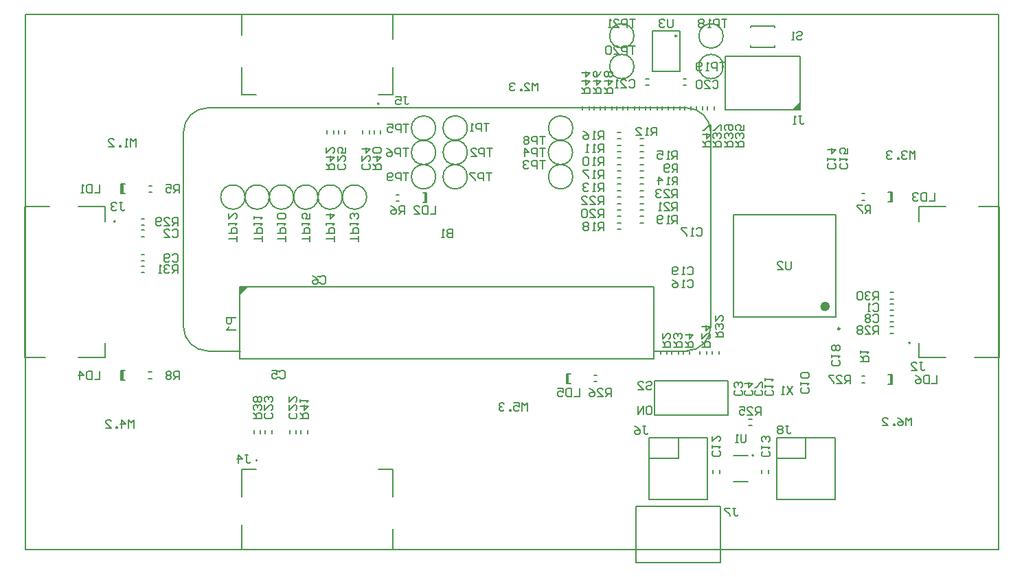
<source format=gbo>
G04*
G04 #@! TF.GenerationSoftware,Altium Limited,Altium Designer,19.0.10 (269)*
G04*
G04 Layer_Color=32896*
%FSLAX44Y44*%
%MOMM*%
G71*
G01*
G75*
%ADD11C,0.1500*%
%ADD14C,0.2000*%
%ADD25C,0.2500*%
%ADD27C,0.6000*%
%ADD66C,0.2540*%
G36*
X264730Y324450D02*
Y314290D01*
X274890Y324450D01*
X264730Y324450D01*
D02*
G37*
G36*
X955080Y542920D02*
Y553080D01*
X944920Y542920D01*
X955080Y542920D01*
D02*
G37*
G36*
X260000Y285596D02*
X254797D01*
Y282319D01*
X254778Y281837D01*
X254741Y281374D01*
X254686Y280967D01*
X254611Y280597D01*
X254537Y280245D01*
X254445Y279948D01*
X254334Y279671D01*
X254223Y279430D01*
X254130Y279226D01*
X254019Y279041D01*
X253926Y278893D01*
X253834Y278782D01*
X253778Y278689D01*
X253723Y278634D01*
X253686Y278597D01*
X253667Y278578D01*
X253445Y278393D01*
X253223Y278226D01*
X253001Y278097D01*
X252760Y277967D01*
X252519Y277856D01*
X252297Y277782D01*
X251871Y277652D01*
X251667Y277615D01*
X251482Y277578D01*
X251316Y277560D01*
X251186Y277541D01*
X251056Y277523D01*
X250982D01*
X250927D01*
X250908D01*
X250556Y277541D01*
X250223Y277578D01*
X249927Y277652D01*
X249668Y277708D01*
X249445Y277782D01*
X249279Y277856D01*
X249186Y277893D01*
X249149Y277912D01*
X248871Y278060D01*
X248631Y278245D01*
X248408Y278412D01*
X248242Y278578D01*
X248112Y278726D01*
X248001Y278837D01*
X247945Y278911D01*
X247927Y278948D01*
X247779Y279189D01*
X247649Y279467D01*
X247538Y279726D01*
X247446Y279967D01*
X247390Y280189D01*
X247353Y280356D01*
X247316Y280485D01*
Y280522D01*
X247279Y280800D01*
X247242Y281115D01*
X247223Y281448D01*
X247205Y281763D01*
X247186Y282041D01*
Y287299D01*
X260000D01*
Y285596D01*
D02*
G37*
G36*
X251760Y274523D02*
X251630Y274245D01*
X251501Y273968D01*
X251371Y273708D01*
X251260Y273486D01*
X251167Y273301D01*
X251093Y273190D01*
X251075Y273171D01*
Y273153D01*
X250871Y272819D01*
X250667Y272523D01*
X250482Y272264D01*
X250316Y272060D01*
X250186Y271875D01*
X250075Y271764D01*
X250001Y271672D01*
X249982Y271653D01*
X260000D01*
Y270079D01*
X247131D01*
Y271098D01*
X247446Y271283D01*
X247742Y271486D01*
X248038Y271727D01*
X248297Y271949D01*
X248519Y272171D01*
X248705Y272338D01*
X248760Y272412D01*
X248816Y272468D01*
X248834Y272486D01*
X248853Y272505D01*
X249168Y272894D01*
X249464Y273283D01*
X249723Y273653D01*
X249927Y274023D01*
X250112Y274338D01*
X250186Y274468D01*
X250242Y274579D01*
X250297Y274671D01*
X250316Y274745D01*
X250353Y274782D01*
Y274801D01*
X251871D01*
X251760Y274523D01*
D02*
G37*
%LPC*%
G36*
X253278Y285596D02*
X248705D01*
Y281930D01*
X248723Y281596D01*
X248742Y281319D01*
X248760Y281096D01*
X248797Y280948D01*
X248816Y280837D01*
X248834Y280763D01*
Y280745D01*
X248927Y280504D01*
X249038Y280300D01*
X249149Y280115D01*
X249279Y279948D01*
X249408Y279837D01*
X249501Y279745D01*
X249575Y279689D01*
X249594Y279671D01*
X249816Y279541D01*
X250038Y279430D01*
X250279Y279356D01*
X250482Y279319D01*
X250667Y279282D01*
X250834Y279263D01*
X250927D01*
X250945D01*
X250964D01*
X251353Y279300D01*
X251686Y279374D01*
X251982Y279485D01*
X252223Y279615D01*
X252408Y279745D01*
X252556Y279856D01*
X252630Y279930D01*
X252667Y279967D01*
X252778Y280097D01*
X252871Y280263D01*
X253019Y280615D01*
X253130Y281004D01*
X253204Y281393D01*
X253241Y281744D01*
X253260Y281893D01*
Y282022D01*
X253278Y282152D01*
Y285596D01*
D02*
G37*
%LPD*%
D11*
X750362Y595986D02*
G03*
X750362Y595986I-15000J0D01*
G01*
Y633936D02*
G03*
X750362Y633936I-15000J0D01*
G01*
X860362Y633736D02*
G03*
X860362Y633736I-15000J0D01*
G01*
X675000Y520000D02*
G03*
X675000Y520000I-15000J0D01*
G01*
Y460001D02*
G03*
X675000Y460001I-15000J0D01*
G01*
X674700Y490000D02*
G03*
X674700Y490000I-15000J0D01*
G01*
X545000Y460000D02*
G03*
X545000Y460000I-15000J0D01*
G01*
Y490000D02*
G03*
X545000Y490000I-15000J0D01*
G01*
Y520128D02*
G03*
X545000Y520128I-15000J0D01*
G01*
X506000Y460001D02*
G03*
X506000Y460001I-15000J0D01*
G01*
Y490000D02*
G03*
X506000Y490000I-15000J0D01*
G01*
Y520000D02*
G03*
X506000Y520000I-15000J0D01*
G01*
X225000Y545000D02*
G03*
X195000Y515000I0J-30000D01*
G01*
Y275000D02*
G03*
X225000Y245000I30000J0D01*
G01*
X815000Y245000D02*
G03*
X845000Y275000I0J30000D01*
G01*
Y515000D02*
G03*
X815000Y545000I-30000J0D01*
G01*
X390846Y434919D02*
G03*
X390846Y434919I-15000J0D01*
G01*
X420846D02*
G03*
X420846Y434919I-15000J0D01*
G01*
X360846Y434878D02*
G03*
X360846Y434878I-15000J0D01*
G01*
X300849Y434919D02*
G03*
X300849Y434919I-15000J0D01*
G01*
X330846D02*
G03*
X330846Y434919I-15000J0D01*
G01*
X270927D02*
G03*
X270927Y434919I-15000J0D01*
G01*
X860362Y595986D02*
G03*
X860362Y595986I-15000J0D01*
G01*
X495000Y428000D02*
Y440000D01*
X490000D02*
X495000D01*
X494000Y428001D02*
Y438500D01*
X492500Y440000D02*
X493000Y439500D01*
X492500Y440000D02*
X494000Y438500D01*
X493000Y428000D02*
Y439500D01*
X490000Y428000D02*
X495000D01*
X457000Y430000D02*
X461000D01*
X457000Y438000D02*
X461000D01*
X776000Y166000D02*
Y208000D01*
X866000Y166000D02*
Y208000D01*
X776000Y166000D02*
X866000D01*
X776000Y208000D02*
X866000D01*
X1031000Y206000D02*
X1035000D01*
X1031000Y214000D02*
X1035000D01*
X730000Y507000D02*
X734000D01*
X730000Y515000D02*
X734000D01*
X730000Y499000D02*
X734000D01*
X730000Y491000D02*
X734000D01*
X730000Y475000D02*
X734000D01*
X730000Y483000D02*
X734000D01*
X730000Y459000D02*
X734000D01*
X730000Y467000D02*
X734000D01*
X730000Y450920D02*
X734000D01*
X730000Y442920D02*
X734000D01*
X730000Y427000D02*
X734000D01*
X730000Y435000D02*
X734000D01*
X730000Y411000D02*
X734000D01*
X730000Y419000D02*
X734000D01*
X730000Y403000D02*
X734000D01*
X730000Y395000D02*
X734000D01*
X758000Y499000D02*
X762000D01*
X758000Y507000D02*
X762000D01*
X758000Y483000D02*
X762000D01*
X758000Y491000D02*
X762000D01*
X758000Y475000D02*
X762000D01*
X758000Y467000D02*
X762000D01*
X758000Y451000D02*
X762000D01*
X758000Y459000D02*
X762000D01*
X758000Y434919D02*
X762000D01*
X758000Y442919D02*
X762000D01*
X758000Y427000D02*
X762000D01*
X758000Y419000D02*
X762000D01*
X701000Y215270D02*
X705000D01*
X701000Y207270D02*
X705000D01*
X667400Y205000D02*
Y217000D01*
Y205000D02*
X672400D01*
X668400Y206500D02*
Y216999D01*
X669400Y205500D02*
X669900Y205000D01*
X668400Y206500D02*
X669900Y205000D01*
X669400Y205500D02*
Y217000D01*
X667400Y217000D02*
X672400D01*
X894000Y646000D02*
X924000D01*
X894000Y620000D02*
X924000D01*
Y644000D02*
Y646000D01*
X894000Y620000D02*
Y622000D01*
X924000Y620000D02*
Y622000D01*
X894000Y644000D02*
Y646000D01*
X863000Y542980D02*
Y609020D01*
X955000D01*
X863000Y542980D02*
X955000D01*
Y609020D01*
X1069001Y429000D02*
Y441000D01*
X1064001D02*
X1069001D01*
X1068001Y429001D02*
Y439500D01*
X1066501Y441000D02*
X1067001Y440500D01*
X1066501Y441000D02*
X1068001Y439500D01*
X1067001Y429000D02*
Y440500D01*
X1064001Y429000D02*
X1069001D01*
X1031000Y431000D02*
X1035000D01*
X1031000Y439000D02*
X1035000D01*
X1170000Y236750D02*
X1200350D01*
Y423250D01*
X1175000D02*
X1200350D01*
X1101350Y405000D02*
Y423250D01*
X1135000D01*
X1101350Y236750D02*
Y255000D01*
Y236750D02*
X1135000D01*
X1069000Y203998D02*
Y215998D01*
X1064000D02*
X1069000D01*
X1068000Y203999D02*
Y214498D01*
X1066500Y215998D02*
X1067000Y215498D01*
X1066500Y215998D02*
X1068000Y214498D01*
X1067000Y203998D02*
Y215498D01*
X1064000Y203998D02*
X1069000D01*
X758000Y403000D02*
X762000D01*
X758000Y411000D02*
X762000D01*
X827000Y543000D02*
Y547000D01*
X835000Y543000D02*
Y547000D01*
X916000Y94000D02*
Y98000D01*
X908000Y94000D02*
Y98000D01*
X856000Y94000D02*
Y98000D01*
X848000Y94000D02*
Y98000D01*
X873000Y84012D02*
X891000D01*
X873000Y116012D02*
X891000D01*
X926000Y112700D02*
X962000D01*
X926000Y138100D02*
X998000D01*
Y61900D02*
Y138100D01*
X926000Y61900D02*
X998000D01*
X926000D02*
Y138100D01*
X962000Y112700D02*
Y138100D01*
X769000Y112712D02*
X805000D01*
X769000Y138112D02*
X841000D01*
Y61912D02*
Y138112D01*
X769000Y61912D02*
X841000D01*
X769000D02*
Y138112D01*
X805000Y112712D02*
Y138112D01*
X753250Y53000D02*
X856750D01*
X753250Y-16250D02*
X856750D01*
X753250D02*
Y53000D01*
X856750Y-16250D02*
Y53000D01*
X773000Y590000D02*
Y640000D01*
X807000Y590000D02*
Y640000D01*
X773000D02*
X807000D01*
X773000Y590000D02*
X807000D01*
X1066000Y317000D02*
X1070000D01*
X1066000Y309000D02*
X1070000D01*
X1066000Y289000D02*
X1070000D01*
X1066000Y281000D02*
X1070000D01*
X1066000Y275000D02*
X1070000D01*
X1066000Y267000D02*
X1070000D01*
X821000Y543000D02*
Y547000D01*
X813000Y543000D02*
Y547000D01*
X849000Y543000D02*
Y547000D01*
X841000Y543000D02*
Y547000D01*
X1066000Y303000D02*
X1070000D01*
X1066000Y295000D02*
X1070000D01*
X776000Y245000D02*
X816000D01*
X264730Y235550D02*
Y324450D01*
X775270Y324450D01*
X264730Y235550D02*
X775270D01*
Y324450D01*
X195000Y515000D02*
X195000Y275000D01*
X225000Y245000D02*
X265000Y245000D01*
X225000Y545000D02*
X815000Y545000D01*
X845000Y275000D02*
X845000Y515000D01*
X807000Y543000D02*
Y547000D01*
X799000Y543000D02*
Y547000D01*
X723000Y543000D02*
Y547000D01*
X715000Y543000D02*
Y547000D01*
X709000Y543000D02*
Y547000D01*
X701000Y543000D02*
Y547000D01*
X793000Y543000D02*
Y547000D01*
X785000Y543000D02*
Y547000D01*
X695000Y543000D02*
Y547000D01*
X687000Y543000D02*
Y547000D01*
X779000Y543000D02*
Y547000D01*
X771000Y543000D02*
Y547000D01*
X372000Y513000D02*
Y517000D01*
X380000Y513000D02*
Y517000D01*
X348000Y143000D02*
Y147000D01*
X340000Y143000D02*
Y147000D01*
X430000Y513000D02*
Y517000D01*
X438000Y513000D02*
Y517000D01*
X290000Y143000D02*
Y147000D01*
X282000Y143000D02*
Y147000D01*
X765000Y543000D02*
Y547000D01*
X757000Y543000D02*
Y547000D01*
X751000Y543000D02*
Y547000D01*
X743000Y543000D02*
Y547000D01*
X737000Y543000D02*
Y547000D01*
X729000Y543000D02*
Y547000D01*
X855000Y241000D02*
Y245000D01*
X847000Y241000D02*
Y245000D01*
X143000Y342000D02*
X147000D01*
X143000Y350000D02*
X147000D01*
X143000Y400303D02*
X147000D01*
X143000Y408303D02*
X147000D01*
X892001Y161000D02*
X896001D01*
X892001Y153000D02*
X896001D01*
X840000Y241000D02*
Y245000D01*
X832000Y241000D02*
Y245000D01*
X152000Y211000D02*
X156000D01*
X152000Y219000D02*
X156000D01*
X152243Y440999D02*
X156243D01*
X152243Y448999D02*
X156243D01*
X819000Y241000D02*
Y245000D01*
X811000Y241000D02*
Y245000D01*
X805000Y241000D02*
Y245000D01*
X797000Y241000D02*
Y245000D01*
X791000Y241000D02*
Y245000D01*
X783000Y241000D02*
Y245000D01*
X386000Y513000D02*
Y517000D01*
X394000Y513000D02*
Y517000D01*
X416000Y513000D02*
Y517000D01*
X424000Y513000D02*
Y517000D01*
X304000Y143000D02*
Y147000D01*
X296000Y143000D02*
Y147000D01*
X334000Y143000D02*
Y147000D01*
X326000Y143000D02*
Y147000D01*
X765000Y572986D02*
X769000D01*
X765000Y580986D02*
X769000D01*
X811000Y581002D02*
X815000D01*
X811000Y573002D02*
X815000D01*
X142997Y356000D02*
X146997D01*
X142997Y364000D02*
X146997D01*
X360000Y329000D02*
X364000D01*
X360000Y337000D02*
X364000D01*
X310000Y220000D02*
X314000D01*
X310000Y212000D02*
X314000D01*
X143000Y386081D02*
X147000D01*
X143000Y394081D02*
X147000D01*
X453250Y630000D02*
Y660350D01*
X266750D02*
X453250D01*
X266750Y635000D02*
Y660350D01*
Y561350D02*
X285000D01*
X266750D02*
Y595000D01*
X435000Y561350D02*
X453250D01*
Y595000D01*
X-350Y423250D02*
X30000D01*
X-350Y236750D02*
Y423250D01*
Y236750D02*
X25000D01*
X98650D02*
Y255000D01*
X65000Y236750D02*
X98650D01*
Y405000D02*
Y423250D01*
X65000D02*
X98650D01*
X118000Y439000D02*
Y451000D01*
Y439000D02*
X123000D01*
X119000Y440500D02*
Y450999D01*
X120000Y439500D02*
X120500Y439000D01*
X119000Y440500D02*
X120500Y439000D01*
X120000Y439500D02*
Y451000D01*
X118000Y451000D02*
X123000D01*
X118000Y209000D02*
Y221000D01*
Y209000D02*
X123000D01*
X119000Y210500D02*
Y220999D01*
X120000Y209500D02*
X120500Y209000D01*
X119000Y210500D02*
X120500Y209000D01*
X120000Y209500D02*
Y221000D01*
X118000D02*
X123000D01*
X266750Y-350D02*
Y30000D01*
Y-350D02*
X453250D01*
Y25000D01*
X435000Y98650D02*
X453250D01*
Y65000D02*
Y98650D01*
X266750D02*
X285000D01*
X266750Y65000D02*
Y98650D01*
X873000Y413000D02*
X873000Y287000D01*
X999000Y413000D02*
X999000Y287000D01*
X873000Y413000D02*
X999000Y413000D01*
X873000Y287000D02*
X999000Y287000D01*
D14*
X1090000Y256000D02*
G03*
X1090000Y254000I0J-1000D01*
G01*
D02*
G03*
X1090000Y256000I0J1000D01*
G01*
X898000Y116012D02*
G03*
X898000Y116012I-1000J0D01*
G01*
X434000Y550000D02*
G03*
X436000Y550000I1000J0D01*
G01*
D02*
G03*
X434000Y550000I-1000J0D01*
G01*
X110000Y404000D02*
G03*
X110000Y406000I0J1000D01*
G01*
D02*
G03*
X110000Y404000I0J-1000D01*
G01*
X286000Y110000D02*
G03*
X284000Y110000I-1000J0D01*
G01*
D02*
G03*
X286000Y110000I1000J0D01*
G01*
X767002Y176997D02*
X770334D01*
X772000Y175331D01*
Y168666D01*
X770334Y167000D01*
X767002D01*
X765335Y168666D01*
Y175331D01*
X767002Y176997D01*
X762003Y167000D02*
Y176997D01*
X755339Y167000D01*
Y176997D01*
X1012331Y476665D02*
X1013997Y474998D01*
Y471666D01*
X1012331Y470000D01*
X1005666D01*
X1004000Y471666D01*
Y474998D01*
X1005666Y476665D01*
X1004000Y479997D02*
Y483329D01*
Y481663D01*
X1013997D01*
X1012331Y479997D01*
X1013997Y494992D02*
Y488327D01*
X1008998D01*
X1010665Y491660D01*
Y493326D01*
X1008998Y494992D01*
X1005666D01*
X1004000Y493326D01*
Y489994D01*
X1005666Y488327D01*
X526732Y395251D02*
Y385254D01*
X521734D01*
X520067Y386920D01*
Y388586D01*
X521734Y390252D01*
X526732D01*
X521734D01*
X520067Y391918D01*
Y393585D01*
X521734Y395251D01*
X526732D01*
X516735Y385254D02*
X513403D01*
X515069D01*
Y395251D01*
X516735Y393585D01*
X260997Y380000D02*
Y386665D01*
Y383332D01*
X251000D01*
Y389997D02*
X260997D01*
Y394995D01*
X259331Y396661D01*
X255998D01*
X254332Y394995D01*
Y389997D01*
X251000Y399994D02*
Y403326D01*
Y401660D01*
X260997D01*
X259331Y399994D01*
X251000Y414989D02*
Y408324D01*
X257665Y414989D01*
X259331D01*
X260997Y413323D01*
Y409990D01*
X259331Y408324D01*
X713000Y506000D02*
Y515997D01*
X708002D01*
X706336Y514331D01*
Y510998D01*
X708002Y509332D01*
X713000D01*
X709668D02*
X706336Y506000D01*
X703003D02*
X699671D01*
X701337D01*
Y515997D01*
X703003Y514331D01*
X688008Y515997D02*
X691340Y514331D01*
X694673Y510998D01*
Y507666D01*
X693006Y506000D01*
X689674D01*
X688008Y507666D01*
Y509332D01*
X689674Y510998D01*
X694673D01*
X765335Y205331D02*
X767002Y206997D01*
X770334D01*
X772000Y205331D01*
Y203664D01*
X770334Y201998D01*
X767002D01*
X765335Y200332D01*
Y198666D01*
X767002Y197000D01*
X770334D01*
X772000Y198666D01*
X755339Y197000D02*
X762003D01*
X755339Y203664D01*
Y205331D01*
X757005Y206997D01*
X760337D01*
X762003Y205331D01*
X835000Y497000D02*
X844997D01*
Y501998D01*
X843331Y503665D01*
X839998D01*
X838332Y501998D01*
Y497000D01*
Y500332D02*
X835000Y503665D01*
Y511995D02*
X844997D01*
X839998Y506997D01*
Y513661D01*
X844997Y516994D02*
Y523658D01*
X843331D01*
X836666Y516994D01*
X835000D01*
X1092000Y152789D02*
Y162786D01*
X1088668Y159453D01*
X1085335Y162786D01*
Y152789D01*
X1075339Y162786D02*
X1078671Y161120D01*
X1082003Y157787D01*
Y154455D01*
X1080337Y152789D01*
X1077005D01*
X1075339Y154455D01*
Y156121D01*
X1077005Y157787D01*
X1082003D01*
X1072007Y152789D02*
Y154455D01*
X1070340D01*
Y152789D01*
X1072007D01*
X1057011D02*
X1063676D01*
X1057011Y159453D01*
Y161120D01*
X1058677Y162786D01*
X1062010D01*
X1063676Y161120D01*
X134000Y150000D02*
Y159997D01*
X130668Y156664D01*
X127336Y159997D01*
Y150000D01*
X119005D02*
Y159997D01*
X124003Y154998D01*
X117339D01*
X114007Y150000D02*
Y151666D01*
X112340D01*
Y150000D01*
X114007D01*
X99011D02*
X105676D01*
X99011Y156664D01*
Y158331D01*
X100677Y159997D01*
X104010D01*
X105676Y158331D01*
X619000Y171213D02*
Y181209D01*
X615668Y177877D01*
X612336Y181209D01*
Y171213D01*
X602339Y181209D02*
X609003D01*
Y176211D01*
X605671Y177877D01*
X604005D01*
X602339Y176211D01*
Y172879D01*
X604005Y171213D01*
X607337D01*
X609003Y172879D01*
X599006Y171213D02*
Y172879D01*
X597340D01*
Y171213D01*
X599006D01*
X590676Y179543D02*
X589010Y181209D01*
X585677D01*
X584011Y179543D01*
Y177877D01*
X585677Y176211D01*
X587344D01*
X585677D01*
X584011Y174545D01*
Y172879D01*
X585677Y171213D01*
X589010D01*
X590676Y172879D01*
X136299Y497000D02*
Y506997D01*
X132967Y503665D01*
X129635Y506997D01*
Y497000D01*
X126303D02*
X122970D01*
X124636D01*
Y506997D01*
X126303Y505331D01*
X117972Y497000D02*
Y498666D01*
X116306D01*
Y497000D01*
X117972D01*
X102977D02*
X109641D01*
X102977Y503665D01*
Y505331D01*
X104643Y506997D01*
X107975D01*
X109641Y505331D01*
X632000Y566000D02*
Y575997D01*
X628668Y572664D01*
X625336Y575997D01*
Y566000D01*
X615339D02*
X622003D01*
X615339Y572664D01*
Y574331D01*
X617005Y575997D01*
X620337D01*
X622003Y574331D01*
X612006Y566000D02*
Y567666D01*
X610340D01*
Y566000D01*
X612006D01*
X603676Y574331D02*
X602010Y575997D01*
X598677D01*
X597011Y574331D01*
Y572664D01*
X598677Y570998D01*
X600344D01*
X598677D01*
X597011Y569332D01*
Y567666D01*
X598677Y566000D01*
X602010D01*
X603676Y567666D01*
X1097000Y482000D02*
Y491997D01*
X1093668Y488665D01*
X1090335Y491997D01*
Y482000D01*
X1087003Y490331D02*
X1085337Y491997D01*
X1082005D01*
X1080339Y490331D01*
Y488665D01*
X1082005Y486998D01*
X1083671D01*
X1082005D01*
X1080339Y485332D01*
Y483666D01*
X1082005Y482000D01*
X1085337D01*
X1087003Y483666D01*
X1077006Y482000D02*
Y483666D01*
X1075340D01*
Y482000D01*
X1077006D01*
X1068676Y490331D02*
X1067010Y491997D01*
X1063677D01*
X1062011Y490331D01*
Y488665D01*
X1063677Y486998D01*
X1065343D01*
X1063677D01*
X1062011Y485332D01*
Y483666D01*
X1063677Y482000D01*
X1067010D01*
X1068676Y483666D01*
X946000Y201081D02*
X939335Y191084D01*
Y201081D02*
X946000Y191084D01*
X936003D02*
X932671D01*
X934337D01*
Y201081D01*
X936003Y199415D01*
X798500Y653997D02*
Y645666D01*
X796834Y644000D01*
X793502D01*
X791835Y645666D01*
Y653997D01*
X788503Y652331D02*
X786837Y653997D01*
X783505D01*
X781839Y652331D01*
Y650665D01*
X783505Y648998D01*
X785171D01*
X783505D01*
X781839Y647332D01*
Y645666D01*
X783505Y644000D01*
X786837D01*
X788503Y645666D01*
X944308Y355119D02*
Y346788D01*
X942642Y345122D01*
X939310D01*
X937644Y346788D01*
Y355119D01*
X927647Y345122D02*
X934311D01*
X927647Y351786D01*
Y353453D01*
X929313Y355119D01*
X932645D01*
X934311Y353453D01*
X888634Y141996D02*
Y133666D01*
X886968Y132000D01*
X883636D01*
X881970Y133666D01*
Y141996D01*
X878637Y132000D02*
X875305D01*
X876971D01*
Y141996D01*
X878637Y140330D01*
X752000Y653997D02*
X745335D01*
X748668D01*
Y644000D01*
X742003D02*
Y653997D01*
X737005D01*
X735339Y652331D01*
Y648998D01*
X737005Y647332D01*
X742003D01*
X725342Y644000D02*
X732006D01*
X725342Y650665D01*
Y652331D01*
X727008Y653997D01*
X730340D01*
X732006Y652331D01*
X722010Y644000D02*
X718677D01*
X720343D01*
Y653997D01*
X722010Y652331D01*
X752000Y620997D02*
X745335D01*
X748668D01*
Y611000D01*
X742003D02*
Y620997D01*
X737005D01*
X735339Y619331D01*
Y615998D01*
X737005Y614332D01*
X742003D01*
X725342Y611000D02*
X732006D01*
X725342Y617664D01*
Y619331D01*
X727008Y620997D01*
X730340D01*
X732006Y619331D01*
X722010D02*
X720343Y620997D01*
X717011D01*
X715345Y619331D01*
Y612666D01*
X717011Y611000D01*
X720343D01*
X722010Y612666D01*
Y619331D01*
X862756Y601019D02*
X856092D01*
X859424D01*
Y591022D01*
X852759D02*
Y601019D01*
X847761D01*
X846095Y599353D01*
Y596020D01*
X847761Y594354D01*
X852759D01*
X842762Y591022D02*
X839430D01*
X841096D01*
Y601019D01*
X842762Y599353D01*
X834432Y592688D02*
X832766Y591022D01*
X829433D01*
X827767Y592688D01*
Y599353D01*
X829433Y601019D01*
X832766D01*
X834432Y599353D01*
Y597687D01*
X832766Y596020D01*
X827767D01*
X865000Y653997D02*
X858335D01*
X861668D01*
Y644000D01*
X855003D02*
Y653997D01*
X850005D01*
X848339Y652331D01*
Y648998D01*
X850005Y647332D01*
X855003D01*
X845006Y644000D02*
X841674D01*
X843340D01*
Y653997D01*
X845006Y652331D01*
X836676D02*
X835010Y653997D01*
X831677D01*
X830011Y652331D01*
Y650665D01*
X831677Y648998D01*
X830011Y647332D01*
Y645666D01*
X831677Y644000D01*
X835010D01*
X836676Y645666D01*
Y647332D01*
X835010Y648998D01*
X836676Y650665D01*
Y652331D01*
X835010Y648998D02*
X831677D01*
X350997Y380000D02*
Y386665D01*
Y383332D01*
X341000D01*
Y389997D02*
X350997D01*
Y394995D01*
X349331Y396661D01*
X345998D01*
X344332Y394995D01*
Y389997D01*
X341000Y399994D02*
Y403326D01*
Y401660D01*
X350997D01*
X349331Y399994D01*
X350997Y414989D02*
Y408324D01*
X345998D01*
X347664Y411656D01*
Y413323D01*
X345998Y414989D01*
X342666D01*
X341000Y413323D01*
Y409990D01*
X342666Y408324D01*
X380997Y380000D02*
Y386665D01*
Y383332D01*
X371000D01*
Y389997D02*
X380997D01*
Y394995D01*
X379331Y396661D01*
X375998D01*
X374332Y394995D01*
Y389997D01*
X371000Y399994D02*
Y403326D01*
Y401660D01*
X380997D01*
X379331Y399994D01*
X371000Y413323D02*
X380997D01*
X375998Y408324D01*
Y414989D01*
X410997Y380000D02*
Y386665D01*
Y383332D01*
X401000D01*
Y389997D02*
X410997D01*
Y394995D01*
X409331Y396661D01*
X405998D01*
X404332Y394995D01*
Y389997D01*
X401000Y399994D02*
Y403326D01*
Y401660D01*
X410997D01*
X409331Y399994D01*
Y408324D02*
X410997Y409990D01*
Y413323D01*
X409331Y414989D01*
X407664D01*
X405998Y413323D01*
Y411656D01*
Y413323D01*
X404332Y414989D01*
X402666D01*
X401000Y413323D01*
Y409990D01*
X402666Y408324D01*
X291997Y380000D02*
Y386665D01*
Y383332D01*
X282000D01*
Y389997D02*
X291997D01*
Y394995D01*
X290331Y396661D01*
X286998D01*
X285332Y394995D01*
Y389997D01*
X282000Y399994D02*
Y403326D01*
Y401660D01*
X291997D01*
X290331Y399994D01*
X282000Y408324D02*
Y411656D01*
Y409990D01*
X291997D01*
X290331Y408324D01*
X320997Y380000D02*
Y386665D01*
Y383332D01*
X311000D01*
Y389997D02*
X320997D01*
Y394995D01*
X319331Y396661D01*
X315998D01*
X314332Y394995D01*
Y389997D01*
X311000Y399994D02*
Y403326D01*
Y401660D01*
X320997D01*
X319331Y399994D01*
Y408324D02*
X320997Y409990D01*
Y413323D01*
X319331Y414989D01*
X312666D01*
X311000Y413323D01*
Y409990D01*
X312666Y408324D01*
X319331D01*
X472872Y464997D02*
X466207D01*
X469540D01*
Y455000D01*
X462875D02*
Y464997D01*
X457877D01*
X456211Y463331D01*
Y459998D01*
X457877Y458332D01*
X462875D01*
X452878Y456666D02*
X451212Y455000D01*
X447880D01*
X446214Y456666D01*
Y463331D01*
X447880Y464997D01*
X451212D01*
X452878Y463331D01*
Y461665D01*
X451212Y459998D01*
X446214D01*
X641100Y509997D02*
X634436D01*
X637768D01*
Y500000D01*
X631103D02*
Y509997D01*
X626105D01*
X624439Y508331D01*
Y504998D01*
X626105Y503332D01*
X631103D01*
X621106Y508331D02*
X619440Y509997D01*
X616108D01*
X614442Y508331D01*
Y506665D01*
X616108Y504998D01*
X614442Y503332D01*
Y501666D01*
X616108Y500000D01*
X619440D01*
X621106Y501666D01*
Y503332D01*
X619440Y504998D01*
X621106Y506665D01*
Y508331D01*
X619440Y504998D02*
X616108D01*
X575000Y464997D02*
X568335D01*
X571668D01*
Y455000D01*
X565003D02*
Y464997D01*
X560005D01*
X558339Y463331D01*
Y459998D01*
X560005Y458332D01*
X565003D01*
X555006Y464997D02*
X548342D01*
Y463331D01*
X555006Y456666D01*
Y455000D01*
X472364Y494997D02*
X465699D01*
X469032D01*
Y485000D01*
X462367D02*
Y494997D01*
X457369D01*
X455703Y493331D01*
Y489998D01*
X457369Y488332D01*
X462367D01*
X445706Y494997D02*
X449038Y493331D01*
X452370Y489998D01*
Y486666D01*
X450704Y485000D01*
X447372D01*
X445706Y486666D01*
Y488332D01*
X447372Y489998D01*
X452370D01*
X472872Y524997D02*
X466207D01*
X469540D01*
Y515000D01*
X462875D02*
Y524997D01*
X457877D01*
X456211Y523331D01*
Y519998D01*
X457877Y518332D01*
X462875D01*
X446214Y524997D02*
X452878D01*
Y519998D01*
X449546Y521665D01*
X447880D01*
X446214Y519998D01*
Y516666D01*
X447880Y515000D01*
X451212D01*
X452878Y516666D01*
X641100Y494997D02*
X634436D01*
X637768D01*
Y485000D01*
X631103D02*
Y494997D01*
X626105D01*
X624439Y493331D01*
Y489998D01*
X626105Y488332D01*
X631103D01*
X616108Y485000D02*
Y494997D01*
X621106Y489998D01*
X614442D01*
X641000Y479997D02*
X634336D01*
X637668D01*
Y470000D01*
X631003D02*
Y479997D01*
X626005D01*
X624339Y478331D01*
Y474998D01*
X626005Y473332D01*
X631003D01*
X621006Y478331D02*
X619340Y479997D01*
X616008D01*
X614342Y478331D01*
Y476665D01*
X616008Y474998D01*
X617674D01*
X616008D01*
X614342Y473332D01*
Y471666D01*
X616008Y470000D01*
X619340D01*
X621006Y471666D01*
X576000Y494997D02*
X569336D01*
X572668D01*
Y485000D01*
X566003D02*
Y494997D01*
X561005D01*
X559339Y493331D01*
Y489998D01*
X561005Y488332D01*
X566003D01*
X549342Y485000D02*
X556006D01*
X549342Y491665D01*
Y493331D01*
X551008Y494997D01*
X554340D01*
X556006Y493331D01*
X572000Y525997D02*
X565336D01*
X568668D01*
Y516000D01*
X562003D02*
Y525997D01*
X557005D01*
X555339Y524331D01*
Y520998D01*
X557005Y519332D01*
X562003D01*
X552006Y516000D02*
X548674D01*
X550340D01*
Y525997D01*
X552006Y524331D01*
X951336Y637331D02*
X953002Y638997D01*
X956334D01*
X958000Y637331D01*
Y635664D01*
X956334Y633998D01*
X953002D01*
X951336Y632332D01*
Y630666D01*
X953002Y629000D01*
X956334D01*
X958000Y630666D01*
X948003Y629000D02*
X944671D01*
X946337D01*
Y638997D01*
X948003Y637331D01*
X714000Y563000D02*
X723997D01*
Y567998D01*
X722331Y569664D01*
X718998D01*
X717332Y567998D01*
Y563000D01*
Y566332D02*
X714000Y569664D01*
Y577995D02*
X723997D01*
X718998Y572997D01*
Y579661D01*
X722331Y582994D02*
X723997Y584660D01*
Y587992D01*
X722331Y589658D01*
X720665D01*
X718998Y587992D01*
X717332Y589658D01*
X715666D01*
X714000Y587992D01*
Y584660D01*
X715666Y582994D01*
X717332D01*
X718998Y584660D01*
X720665Y582994D01*
X722331D01*
X718998Y584660D02*
Y587992D01*
X700000Y563000D02*
X709997D01*
Y567998D01*
X708331Y569664D01*
X704998D01*
X703332Y567998D01*
Y563000D01*
Y566332D02*
X700000Y569664D01*
Y577995D02*
X709997D01*
X704998Y572997D01*
Y579661D01*
X709997Y589658D02*
X708331Y586326D01*
X704998Y582994D01*
X701666D01*
X700000Y584660D01*
Y587992D01*
X701666Y589658D01*
X703332D01*
X704998Y587992D01*
Y582994D01*
X686125Y563000D02*
X696122D01*
Y567998D01*
X694456Y569664D01*
X691124D01*
X689457Y567998D01*
Y563000D01*
Y566332D02*
X686125Y569664D01*
Y577995D02*
X696122D01*
X691124Y572997D01*
Y579661D01*
X686125Y587992D02*
X696122D01*
X691124Y582994D01*
Y589658D01*
X371000Y469000D02*
X380997D01*
Y473998D01*
X379331Y475664D01*
X375998D01*
X374332Y473998D01*
Y469000D01*
Y472332D02*
X371000Y475664D01*
Y483995D02*
X380997D01*
X375998Y478997D01*
Y485661D01*
X371000Y495658D02*
Y488994D01*
X377664Y495658D01*
X379331D01*
X380997Y493992D01*
Y490660D01*
X379331Y488994D01*
X339000Y162000D02*
X348997D01*
Y166998D01*
X347331Y168664D01*
X343998D01*
X342332Y166998D01*
Y162000D01*
Y165332D02*
X339000Y168664D01*
Y176995D02*
X348997D01*
X343998Y171997D01*
Y178661D01*
X339000Y181994D02*
Y185326D01*
Y183660D01*
X348997D01*
X347331Y181994D01*
X429000Y469000D02*
X438997D01*
Y473998D01*
X437331Y475664D01*
X433998D01*
X432332Y473998D01*
Y469000D01*
Y472332D02*
X429000Y475664D01*
Y483995D02*
X438997D01*
X433998Y478997D01*
Y485661D01*
X437331Y488994D02*
X438997Y490660D01*
Y493992D01*
X437331Y495658D01*
X430666D01*
X429000Y493992D01*
Y490660D01*
X430666Y488994D01*
X437331D01*
X862000Y497000D02*
X871997D01*
Y501998D01*
X870331Y503665D01*
X866998D01*
X865332Y501998D01*
Y497000D01*
Y500332D02*
X862000Y503665D01*
X870331Y506997D02*
X871997Y508663D01*
Y511995D01*
X870331Y513661D01*
X868664D01*
X866998Y511995D01*
Y510329D01*
Y511995D01*
X865332Y513661D01*
X863666D01*
X862000Y511995D01*
Y508663D01*
X863666Y506997D01*
Y516994D02*
X862000Y518660D01*
Y521992D01*
X863666Y523658D01*
X870331D01*
X871997Y521992D01*
Y518660D01*
X870331Y516994D01*
X868664D01*
X866998Y518660D01*
Y523658D01*
X281000Y162000D02*
X290997D01*
Y166998D01*
X289331Y168664D01*
X285998D01*
X284332Y166998D01*
Y162000D01*
Y165332D02*
X281000Y168664D01*
X289331Y171997D02*
X290997Y173663D01*
Y176995D01*
X289331Y178661D01*
X287665D01*
X285998Y176995D01*
Y175329D01*
Y176995D01*
X284332Y178661D01*
X282666D01*
X281000Y176995D01*
Y173663D01*
X282666Y171997D01*
X289331Y181994D02*
X290997Y183660D01*
Y186992D01*
X289331Y188658D01*
X287665D01*
X285998Y186992D01*
X284332Y188658D01*
X282666D01*
X281000Y186992D01*
Y183660D01*
X282666Y181994D01*
X284332D01*
X285998Y183660D01*
X287665Y181994D01*
X289331D01*
X285998Y183660D02*
Y186992D01*
X848000Y497000D02*
X857997D01*
Y501998D01*
X856331Y503665D01*
X852998D01*
X851332Y501998D01*
Y497000D01*
Y500332D02*
X848000Y503665D01*
X856331Y506997D02*
X857997Y508663D01*
Y511995D01*
X856331Y513661D01*
X854665D01*
X852998Y511995D01*
Y510329D01*
Y511995D01*
X851332Y513661D01*
X849666D01*
X848000Y511995D01*
Y508663D01*
X849666Y506997D01*
X857997Y516994D02*
Y523658D01*
X856331D01*
X849666Y516994D01*
X848000D01*
X876000Y497000D02*
X885997D01*
Y501998D01*
X884331Y503665D01*
X880998D01*
X879332Y501998D01*
Y497000D01*
Y500332D02*
X876000Y503665D01*
X884331Y506997D02*
X885997Y508663D01*
Y511995D01*
X884331Y513661D01*
X882664D01*
X880998Y511995D01*
Y510329D01*
Y511995D01*
X879332Y513661D01*
X877666D01*
X876000Y511995D01*
Y508663D01*
X877666Y506997D01*
X885997Y523658D02*
Y516994D01*
X880998D01*
X882664Y520326D01*
Y521992D01*
X880998Y523658D01*
X877666D01*
X876000Y521992D01*
Y518660D01*
X877666Y516994D01*
X850650Y262000D02*
X860647D01*
Y266998D01*
X858981Y268664D01*
X855648D01*
X853982Y266998D01*
Y262000D01*
Y265332D02*
X850650Y268664D01*
X858981Y271997D02*
X860647Y273663D01*
Y276995D01*
X858981Y278661D01*
X857315D01*
X855648Y276995D01*
Y275329D01*
Y276995D01*
X853982Y278661D01*
X852316D01*
X850650Y276995D01*
Y273663D01*
X852316Y271997D01*
X850650Y288658D02*
Y281994D01*
X857315Y288658D01*
X858981D01*
X860647Y286992D01*
Y283660D01*
X858981Y281994D01*
X188000Y341000D02*
Y350997D01*
X183002D01*
X181336Y349331D01*
Y345998D01*
X183002Y344332D01*
X188000D01*
X184668D02*
X181336Y341000D01*
X178003Y349331D02*
X176337Y350997D01*
X173005D01*
X171339Y349331D01*
Y347664D01*
X173005Y345998D01*
X174671D01*
X173005D01*
X171339Y344332D01*
Y342666D01*
X173005Y341000D01*
X176337D01*
X178003Y342666D01*
X168006Y341000D02*
X164674D01*
X166340D01*
Y350997D01*
X168006Y349331D01*
X1051940Y308000D02*
Y317997D01*
X1046942D01*
X1045275Y316331D01*
Y312998D01*
X1046942Y311332D01*
X1051940D01*
X1048608D02*
X1045275Y308000D01*
X1041943Y316331D02*
X1040277Y317997D01*
X1036945D01*
X1035279Y316331D01*
Y314664D01*
X1036945Y312998D01*
X1038611D01*
X1036945D01*
X1035279Y311332D01*
Y309666D01*
X1036945Y308000D01*
X1040277D01*
X1041943Y309666D01*
X1031946Y316331D02*
X1030280Y317997D01*
X1026948D01*
X1025282Y316331D01*
Y309666D01*
X1026948Y308000D01*
X1030280D01*
X1031946Y309666D01*
Y316331D01*
X188000Y399303D02*
Y409300D01*
X183002D01*
X181336Y407634D01*
Y404302D01*
X183002Y402636D01*
X188000D01*
X184668D02*
X181336Y399303D01*
X171339D02*
X178003D01*
X171339Y405968D01*
Y407634D01*
X173005Y409300D01*
X176337D01*
X178003Y407634D01*
X168006Y400970D02*
X166340Y399303D01*
X163008D01*
X161342Y400970D01*
Y407634D01*
X163008Y409300D01*
X166340D01*
X168006Y407634D01*
Y405968D01*
X166340Y404302D01*
X161342D01*
X1051940Y266000D02*
Y275997D01*
X1046942D01*
X1045275Y274331D01*
Y270998D01*
X1046942Y269332D01*
X1051940D01*
X1048608D02*
X1045275Y266000D01*
X1035279D02*
X1041943D01*
X1035279Y272665D01*
Y274331D01*
X1036945Y275997D01*
X1040277D01*
X1041943Y274331D01*
X1031946D02*
X1030280Y275997D01*
X1026948D01*
X1025282Y274331D01*
Y272665D01*
X1026948Y270998D01*
X1025282Y269332D01*
Y267666D01*
X1026948Y266000D01*
X1030280D01*
X1031946Y267666D01*
Y269332D01*
X1030280Y270998D01*
X1031946Y272665D01*
Y274331D01*
X1030280Y270998D02*
X1026948D01*
X1017000Y205000D02*
Y214997D01*
X1012002D01*
X1010335Y213331D01*
Y209998D01*
X1012002Y208332D01*
X1017000D01*
X1013668D02*
X1010335Y205000D01*
X1000339D02*
X1007003D01*
X1000339Y211665D01*
Y213331D01*
X1002005Y214997D01*
X1005337D01*
X1007003Y213331D01*
X997006Y214997D02*
X990342D01*
Y213331D01*
X997006Y206666D01*
Y205000D01*
X722000Y189000D02*
Y198997D01*
X717002D01*
X715335Y197331D01*
Y193998D01*
X717002Y192332D01*
X722000D01*
X718668D02*
X715335Y189000D01*
X705339D02*
X712003D01*
X705339Y195665D01*
Y197331D01*
X707005Y198997D01*
X710337D01*
X712003Y197331D01*
X695342Y198997D02*
X698674Y197331D01*
X702006Y193998D01*
Y190666D01*
X700340Y189000D01*
X697008D01*
X695342Y190666D01*
Y192332D01*
X697008Y193998D01*
X702006D01*
X907000Y166000D02*
Y175997D01*
X902002D01*
X900335Y174331D01*
Y170998D01*
X902002Y169332D01*
X907000D01*
X903668D02*
X900335Y166000D01*
X890339D02*
X897003D01*
X890339Y172665D01*
Y174331D01*
X892005Y175997D01*
X895337D01*
X897003Y174331D01*
X880342Y175997D02*
X887006D01*
Y170998D01*
X883674Y172665D01*
X882008D01*
X880342Y170998D01*
Y167666D01*
X882008Y166000D01*
X885340D01*
X887006Y167666D01*
X834500Y250000D02*
X844497D01*
Y254998D01*
X842831Y256665D01*
X839498D01*
X837832Y254998D01*
Y250000D01*
Y253332D02*
X834500Y256665D01*
Y266661D02*
Y259997D01*
X841164Y266661D01*
X842831D01*
X844497Y264995D01*
Y261663D01*
X842831Y259997D01*
X834500Y274992D02*
X844497D01*
X839498Y269993D01*
Y276658D01*
X803919Y434000D02*
Y443997D01*
X798920D01*
X797254Y442331D01*
Y438998D01*
X798920Y437332D01*
X803919D01*
X800586D02*
X797254Y434000D01*
X787257D02*
X793922D01*
X787257Y440664D01*
Y442331D01*
X788923Y443997D01*
X792256D01*
X793922Y442331D01*
X783925D02*
X782259Y443997D01*
X778927D01*
X777261Y442331D01*
Y440664D01*
X778927Y438998D01*
X780593D01*
X778927D01*
X777261Y437332D01*
Y435666D01*
X778927Y434000D01*
X782259D01*
X783925Y435666D01*
X713000Y426000D02*
Y435997D01*
X708002D01*
X706336Y434331D01*
Y430998D01*
X708002Y429332D01*
X713000D01*
X709668D02*
X706336Y426000D01*
X696339D02*
X703003D01*
X696339Y432664D01*
Y434331D01*
X698005Y435997D01*
X701337D01*
X703003Y434331D01*
X686342Y426000D02*
X693006D01*
X686342Y432664D01*
Y434331D01*
X688008Y435997D01*
X691340D01*
X693006Y434331D01*
X803919Y418000D02*
Y427997D01*
X798920D01*
X797254Y426331D01*
Y422998D01*
X798920Y421332D01*
X803919D01*
X800586D02*
X797254Y418000D01*
X787257D02*
X793922D01*
X787257Y424664D01*
Y426331D01*
X788923Y427997D01*
X792256D01*
X793922Y426331D01*
X783925Y418000D02*
X780593D01*
X782259D01*
Y427997D01*
X783925Y426331D01*
X713000Y410000D02*
Y419997D01*
X708002D01*
X706336Y418331D01*
Y414999D01*
X708002Y413332D01*
X713000D01*
X709668D02*
X706336Y410000D01*
X696339D02*
X703003D01*
X696339Y416665D01*
Y418331D01*
X698005Y419997D01*
X701337D01*
X703003Y418331D01*
X693006D02*
X691340Y419997D01*
X688008D01*
X686342Y418331D01*
Y411666D01*
X688008Y410000D01*
X691340D01*
X693006Y411666D01*
Y418331D01*
X803919Y402000D02*
Y411997D01*
X798920D01*
X797254Y410331D01*
Y406998D01*
X798920Y405332D01*
X803919D01*
X800586D02*
X797254Y402000D01*
X793922D02*
X790590D01*
X792256D01*
Y411997D01*
X793922Y410331D01*
X785591Y403666D02*
X783925Y402000D01*
X780593D01*
X778927Y403666D01*
Y410331D01*
X780593Y411997D01*
X783925D01*
X785591Y410331D01*
Y408665D01*
X783925Y406998D01*
X778927D01*
X713000Y394000D02*
Y403997D01*
X708002D01*
X706336Y402331D01*
Y398998D01*
X708002Y397332D01*
X713000D01*
X709668D02*
X706336Y394000D01*
X703003D02*
X699671D01*
X701337D01*
Y403997D01*
X703003Y402331D01*
X694673D02*
X693006Y403997D01*
X689674D01*
X688008Y402331D01*
Y400664D01*
X689674Y398998D01*
X688008Y397332D01*
Y395666D01*
X689674Y394000D01*
X693006D01*
X694673Y395666D01*
Y397332D01*
X693006Y398998D01*
X694673Y400664D01*
Y402331D01*
X693006Y398998D02*
X689674D01*
X713000Y458000D02*
Y467997D01*
X708002D01*
X706336Y466331D01*
Y462998D01*
X708002Y461332D01*
X713000D01*
X709668D02*
X706336Y458000D01*
X703003D02*
X699671D01*
X701337D01*
Y467997D01*
X703003Y466331D01*
X694673Y467997D02*
X688008D01*
Y466331D01*
X694673Y459666D01*
Y458000D01*
X803919Y482000D02*
Y491997D01*
X798920D01*
X797254Y490331D01*
Y486998D01*
X798920Y485332D01*
X803919D01*
X800586D02*
X797254Y482000D01*
X793922D02*
X790590D01*
X792256D01*
Y491997D01*
X793922Y490331D01*
X778927Y491997D02*
X785591D01*
Y486998D01*
X782259Y488665D01*
X780593D01*
X778927Y486998D01*
Y483666D01*
X780593Y482000D01*
X783925D01*
X785591Y483666D01*
X804000Y450000D02*
Y459997D01*
X799002D01*
X797336Y458331D01*
Y454998D01*
X799002Y453332D01*
X804000D01*
X800668D02*
X797336Y450000D01*
X794003D02*
X790671D01*
X792337D01*
Y459997D01*
X794003Y458331D01*
X780674Y450000D02*
Y459997D01*
X785673Y454998D01*
X779008D01*
X713000Y441920D02*
Y451917D01*
X708002D01*
X706336Y450251D01*
Y446918D01*
X708002Y445252D01*
X713000D01*
X709668D02*
X706336Y441920D01*
X703003D02*
X699671D01*
X701337D01*
Y451917D01*
X703003Y450251D01*
X694673D02*
X693006Y451917D01*
X689674D01*
X688008Y450251D01*
Y448584D01*
X689674Y446918D01*
X691340D01*
X689674D01*
X688008Y445252D01*
Y443586D01*
X689674Y441920D01*
X693006D01*
X694673Y443586D01*
X777999Y511000D02*
Y520997D01*
X773001D01*
X771335Y519331D01*
Y515998D01*
X773001Y514332D01*
X777999D01*
X774667D02*
X771335Y511000D01*
X768003D02*
X764670D01*
X766337D01*
Y520997D01*
X768003Y519331D01*
X753008Y511000D02*
X759672D01*
X753008Y517664D01*
Y519331D01*
X754674Y520997D01*
X758006D01*
X759672Y519331D01*
X713000Y490000D02*
Y499997D01*
X708002D01*
X706336Y498331D01*
Y494998D01*
X708002Y493332D01*
X713000D01*
X709668D02*
X706336Y490000D01*
X703003D02*
X699671D01*
X701337D01*
Y499997D01*
X703003Y498331D01*
X694673Y490000D02*
X691340D01*
X693006D01*
Y499997D01*
X694673Y498331D01*
X713000Y474000D02*
Y483997D01*
X708002D01*
X706336Y482331D01*
Y478998D01*
X708002Y477332D01*
X713000D01*
X709668D02*
X706336Y474000D01*
X703003D02*
X699671D01*
X701337D01*
Y483997D01*
X703003Y482331D01*
X694673D02*
X693006Y483997D01*
X689674D01*
X688008Y482331D01*
Y475666D01*
X689674Y474000D01*
X693006D01*
X694673Y475666D01*
Y482331D01*
X804000Y465750D02*
Y475747D01*
X799002D01*
X797336Y474081D01*
Y470748D01*
X799002Y469082D01*
X804000D01*
X800668D02*
X797336Y465750D01*
X794003Y467416D02*
X792337Y465750D01*
X789005D01*
X787339Y467416D01*
Y474081D01*
X789005Y475747D01*
X792337D01*
X794003Y474081D01*
Y472415D01*
X792337Y470748D01*
X787339D01*
X190000Y210000D02*
Y219997D01*
X185002D01*
X183335Y218331D01*
Y214998D01*
X185002Y213332D01*
X190000D01*
X186668D02*
X183335Y210000D01*
X180003Y218331D02*
X178337Y219997D01*
X175005D01*
X173339Y218331D01*
Y216665D01*
X175005Y214998D01*
X173339Y213332D01*
Y211666D01*
X175005Y210000D01*
X178337D01*
X180003Y211666D01*
Y213332D01*
X178337Y214998D01*
X180003Y216665D01*
Y218331D01*
X178337Y214998D02*
X175005D01*
X1041982Y415000D02*
Y424997D01*
X1036984D01*
X1035318Y423331D01*
Y419998D01*
X1036984Y418332D01*
X1041982D01*
X1038650D02*
X1035318Y415000D01*
X1031985Y424997D02*
X1025321D01*
Y423331D01*
X1031985Y416666D01*
Y415000D01*
X467284Y413880D02*
Y423877D01*
X462285D01*
X460619Y422211D01*
Y418878D01*
X462285Y417212D01*
X467284D01*
X463952D02*
X460619Y413880D01*
X450623Y423877D02*
X453955Y422211D01*
X457287Y418878D01*
Y415546D01*
X455621Y413880D01*
X452289D01*
X450623Y415546D01*
Y417212D01*
X452289Y418878D01*
X457287D01*
X190000Y440000D02*
Y449997D01*
X185002D01*
X183335Y448331D01*
Y444998D01*
X185002Y443332D01*
X190000D01*
X186668D02*
X183335Y440000D01*
X173339Y449997D02*
X180003D01*
Y444998D01*
X176671Y446665D01*
X175005D01*
X173339Y444998D01*
Y441666D01*
X175005Y440000D01*
X178337D01*
X180003Y441666D01*
X813500Y250000D02*
X823497D01*
Y254998D01*
X821831Y256665D01*
X818498D01*
X816832Y254998D01*
Y250000D01*
Y253332D02*
X813500Y256665D01*
Y264995D02*
X823497D01*
X818498Y259997D01*
Y266661D01*
X799500Y250000D02*
X809497D01*
Y254998D01*
X807831Y256665D01*
X804498D01*
X802832Y254998D01*
Y250000D01*
Y253332D02*
X799500Y256665D01*
X807831Y259997D02*
X809497Y261663D01*
Y264995D01*
X807831Y266661D01*
X806164D01*
X804498Y264995D01*
Y263329D01*
Y264995D01*
X802832Y266661D01*
X801166D01*
X799500Y264995D01*
Y261663D01*
X801166Y259997D01*
X785500Y250000D02*
X795497D01*
Y254998D01*
X793831Y256665D01*
X790498D01*
X788832Y254998D01*
Y250000D01*
Y253332D02*
X785500Y256665D01*
Y266661D02*
Y259997D01*
X792165Y266661D01*
X793831D01*
X795497Y264995D01*
Y261663D01*
X793831Y259997D01*
X1030000Y232270D02*
X1039997D01*
Y237269D01*
X1038331Y238935D01*
X1034998D01*
X1033332Y237269D01*
Y232270D01*
Y235603D02*
X1030000Y238935D01*
Y242267D02*
Y245599D01*
Y243933D01*
X1039997D01*
X1038331Y242267D01*
X1124000Y214904D02*
Y204907D01*
X1117336D01*
X1114003Y214904D02*
Y204907D01*
X1109005D01*
X1107339Y206573D01*
Y213237D01*
X1109005Y214904D01*
X1114003D01*
X1097342D02*
X1100674Y213237D01*
X1104007Y209905D01*
Y206573D01*
X1102340Y204907D01*
X1099008D01*
X1097342Y206573D01*
Y208239D01*
X1099008Y209905D01*
X1104007D01*
X683173Y198997D02*
Y189000D01*
X676508D01*
X673176Y198997D02*
Y189000D01*
X668178D01*
X666512Y190666D01*
Y197331D01*
X668178Y198997D01*
X673176D01*
X656515D02*
X663179D01*
Y193998D01*
X659847Y195665D01*
X658181D01*
X656515Y193998D01*
Y190666D01*
X658181Y189000D01*
X661513D01*
X663179Y190666D01*
X92000Y219997D02*
Y210000D01*
X85336D01*
X82003Y219997D02*
Y210000D01*
X77005D01*
X75339Y211666D01*
Y218331D01*
X77005Y219997D01*
X82003D01*
X67008Y210000D02*
Y219997D01*
X72006Y214998D01*
X65342D01*
X1121100Y439997D02*
Y430000D01*
X1114436D01*
X1111103Y439997D02*
Y430000D01*
X1106105D01*
X1104439Y431666D01*
Y438331D01*
X1106105Y439997D01*
X1111103D01*
X1101106Y438331D02*
X1099440Y439997D01*
X1096108D01*
X1094442Y438331D01*
Y436665D01*
X1096108Y434998D01*
X1097774D01*
X1096108D01*
X1094442Y433332D01*
Y431666D01*
X1096108Y430000D01*
X1099440D01*
X1101106Y431666D01*
X506000Y423877D02*
Y413880D01*
X499336D01*
X496003Y423877D02*
Y413880D01*
X491005D01*
X489339Y415546D01*
Y422211D01*
X491005Y423877D01*
X496003D01*
X479342Y413880D02*
X486006D01*
X479342Y420545D01*
Y422211D01*
X481008Y423877D01*
X484340D01*
X486006Y422211D01*
X92000Y449997D02*
Y440000D01*
X85336D01*
X82003Y449997D02*
Y440000D01*
X77005D01*
X75339Y441666D01*
Y448331D01*
X77005Y449997D01*
X82003D01*
X72006Y440000D02*
X68674D01*
X70340D01*
Y449997D01*
X72006Y448331D01*
X937644Y152727D02*
X940976D01*
X939310D01*
Y144396D01*
X940976Y142730D01*
X942642D01*
X944308Y144396D01*
X934311Y151061D02*
X932645Y152727D01*
X929313D01*
X927647Y151061D01*
Y149394D01*
X929313Y147728D01*
X927647Y146062D01*
Y144396D01*
X929313Y142730D01*
X932645D01*
X934311Y144396D01*
Y146062D01*
X932645Y147728D01*
X934311Y149394D01*
Y151061D01*
X932645Y147728D02*
X929313D01*
X872336Y50997D02*
X875668D01*
X874002D01*
Y42666D01*
X875668Y41000D01*
X877334D01*
X879000Y42666D01*
X869003Y50997D02*
X862339D01*
Y49331D01*
X869003Y42666D01*
Y41000D01*
X761336Y151997D02*
X764668D01*
X763002D01*
Y143666D01*
X764668Y142000D01*
X766334D01*
X768000Y143666D01*
X751339Y151997D02*
X754671Y150331D01*
X758003Y146998D01*
Y143666D01*
X756337Y142000D01*
X753005D01*
X751339Y143666D01*
Y145332D01*
X753005Y146998D01*
X758003D01*
X466335Y558993D02*
X469668D01*
X468002D01*
Y550663D01*
X469668Y548996D01*
X471334D01*
X473000Y550663D01*
X456339Y558993D02*
X463003D01*
Y553995D01*
X459671Y555661D01*
X458005D01*
X456339Y553995D01*
Y550663D01*
X458005Y548996D01*
X461337D01*
X463003Y550663D01*
X271336Y116997D02*
X274668D01*
X273002D01*
Y108666D01*
X274668Y107000D01*
X276334D01*
X278000Y108666D01*
X263005Y107000D02*
Y116997D01*
X268003Y111998D01*
X261339D01*
X116335Y427915D02*
X119668D01*
X118002D01*
Y419585D01*
X119668Y417919D01*
X121334D01*
X123000Y419585D01*
X113003Y426249D02*
X111337Y427915D01*
X108005D01*
X106339Y426249D01*
Y424583D01*
X108005Y422917D01*
X109671D01*
X108005D01*
X106339Y421251D01*
Y419585D01*
X108005Y417919D01*
X111337D01*
X113003Y419585D01*
X1102374Y230997D02*
X1105706D01*
X1104040D01*
Y222666D01*
X1105706Y221000D01*
X1107372D01*
X1109038Y222666D01*
X1092377Y221000D02*
X1099041D01*
X1092377Y227665D01*
Y229331D01*
X1094043Y230997D01*
X1097375D01*
X1099041Y229331D01*
X953335Y534997D02*
X956668D01*
X955002D01*
Y526666D01*
X956668Y525000D01*
X958334D01*
X960000Y526666D01*
X950003Y525000D02*
X946671D01*
X948337D01*
Y534997D01*
X950003Y533331D01*
X393331Y475664D02*
X394997Y473998D01*
Y470666D01*
X393331Y469000D01*
X386666D01*
X385000Y470666D01*
Y473998D01*
X386666Y475664D01*
X385000Y485661D02*
Y478997D01*
X391665Y485661D01*
X393331D01*
X394997Y483995D01*
Y480663D01*
X393331Y478997D01*
X394997Y495658D02*
Y488994D01*
X389998D01*
X391665Y492326D01*
Y493992D01*
X389998Y495658D01*
X386666D01*
X385000Y493992D01*
Y490660D01*
X386666Y488994D01*
X423331Y475664D02*
X424997Y473998D01*
Y470666D01*
X423331Y469000D01*
X416666D01*
X415000Y470666D01*
Y473998D01*
X416666Y475664D01*
X415000Y485661D02*
Y478997D01*
X421665Y485661D01*
X423331D01*
X424997Y483995D01*
Y480663D01*
X423331Y478997D01*
X415000Y493992D02*
X424997D01*
X419998Y488994D01*
Y495658D01*
X303331Y168661D02*
X304997Y166995D01*
Y163663D01*
X303331Y161997D01*
X296666D01*
X295000Y163663D01*
Y166995D01*
X296666Y168661D01*
X295000Y178658D02*
Y171994D01*
X301665Y178658D01*
X303331D01*
X304997Y176992D01*
Y173660D01*
X303331Y171994D01*
Y181990D02*
X304997Y183657D01*
Y186989D01*
X303331Y188655D01*
X301665D01*
X299998Y186989D01*
Y185323D01*
Y186989D01*
X298332Y188655D01*
X296666D01*
X295000Y186989D01*
Y183657D01*
X296666Y181990D01*
X333331Y168661D02*
X334997Y166995D01*
Y163663D01*
X333331Y161997D01*
X326666D01*
X325000Y163663D01*
Y166995D01*
X326666Y168661D01*
X325000Y178658D02*
Y171994D01*
X331665Y178658D01*
X333331D01*
X334997Y176992D01*
Y173660D01*
X333331Y171994D01*
X325000Y188655D02*
Y181990D01*
X331665Y188655D01*
X333331D01*
X334997Y186989D01*
Y183657D01*
X333331Y181990D01*
X744335Y578317D02*
X746002Y579983D01*
X749334D01*
X751000Y578317D01*
Y571652D01*
X749334Y569986D01*
X746002D01*
X744335Y571652D01*
X734339Y569986D02*
X741003D01*
X734339Y576651D01*
Y578317D01*
X736005Y579983D01*
X739337D01*
X741003Y578317D01*
X731006Y569986D02*
X727674D01*
X729340D01*
Y579983D01*
X731006Y578317D01*
X847336Y577331D02*
X849002Y578997D01*
X852334D01*
X854000Y577331D01*
Y570666D01*
X852334Y569000D01*
X849002D01*
X847336Y570666D01*
X837339Y569000D02*
X844003D01*
X837339Y575664D01*
Y577331D01*
X839005Y578997D01*
X842337D01*
X844003Y577331D01*
X834006D02*
X832340Y578997D01*
X829008D01*
X827342Y577331D01*
Y570666D01*
X829008Y569000D01*
X832340D01*
X834006Y570666D01*
Y577331D01*
X816335Y347331D02*
X818001Y348997D01*
X821333D01*
X822999Y347331D01*
Y340666D01*
X821333Y339000D01*
X818001D01*
X816335Y340666D01*
X813003Y339000D02*
X809670D01*
X811337D01*
Y348997D01*
X813003Y347331D01*
X804672Y340666D02*
X803006Y339000D01*
X799674D01*
X798008Y340666D01*
Y347331D01*
X799674Y348997D01*
X803006D01*
X804672Y347331D01*
Y345664D01*
X803006Y343998D01*
X798008D01*
X1002331Y233664D02*
X1003997Y231998D01*
Y228666D01*
X1002331Y227000D01*
X995666D01*
X994000Y228666D01*
Y231998D01*
X995666Y233664D01*
X994000Y236997D02*
Y240329D01*
Y238663D01*
X1003997D01*
X1002331Y236997D01*
Y245327D02*
X1003997Y246994D01*
Y250326D01*
X1002331Y251992D01*
X1000665D01*
X998998Y250326D01*
X997332Y251992D01*
X995666D01*
X994000Y250326D01*
Y246994D01*
X995666Y245327D01*
X997332D01*
X998998Y246994D01*
X1000665Y245327D01*
X1002331D01*
X998998Y246994D02*
Y250326D01*
X827336Y395331D02*
X829002Y396997D01*
X832334D01*
X834000Y395331D01*
Y388666D01*
X832334Y387000D01*
X829002D01*
X827336Y388666D01*
X824003Y387000D02*
X820671D01*
X822337D01*
Y396997D01*
X824003Y395331D01*
X815673Y396997D02*
X809008D01*
Y395331D01*
X815673Y388666D01*
Y387000D01*
X816336Y331331D02*
X818002Y332997D01*
X821334D01*
X823000Y331331D01*
Y324666D01*
X821334Y323000D01*
X818002D01*
X816336Y324666D01*
X813003Y323000D02*
X809671D01*
X811337D01*
Y332997D01*
X813003Y331331D01*
X798008Y332997D02*
X801340Y331331D01*
X804673Y327998D01*
Y324666D01*
X803006Y323000D01*
X799674D01*
X798008Y324666D01*
Y326332D01*
X799674Y327998D01*
X804673D01*
X997331Y476665D02*
X998997Y474999D01*
Y471667D01*
X997331Y470001D01*
X990666D01*
X989000Y471667D01*
Y474999D01*
X990666Y476665D01*
X989000Y479997D02*
Y483330D01*
Y481664D01*
X998997D01*
X997331Y479997D01*
X989000Y493326D02*
X998997D01*
X993998Y488328D01*
Y494992D01*
X916331Y121299D02*
X917997Y119633D01*
Y116300D01*
X916331Y114634D01*
X909666D01*
X908000Y116300D01*
Y119633D01*
X909666Y121299D01*
X908000Y124631D02*
Y127963D01*
Y126297D01*
X917997D01*
X916331Y124631D01*
Y132962D02*
X917997Y134628D01*
Y137960D01*
X916331Y139626D01*
X914665D01*
X912998Y137960D01*
Y136294D01*
Y137960D01*
X911332Y139626D01*
X909666D01*
X908000Y137960D01*
Y134628D01*
X909666Y132962D01*
X855331Y121662D02*
X856997Y119996D01*
Y116664D01*
X855331Y114998D01*
X848666D01*
X847000Y116664D01*
Y119996D01*
X848666Y121662D01*
X847000Y124994D02*
Y128327D01*
Y126660D01*
X856997D01*
X855331Y124994D01*
X847000Y139990D02*
Y133325D01*
X853664Y139990D01*
X855331D01*
X856997Y138323D01*
Y134991D01*
X855331Y133325D01*
X920331Y196665D02*
X921997Y194998D01*
Y191666D01*
X920331Y190000D01*
X913666D01*
X912000Y191666D01*
Y194998D01*
X913666Y196665D01*
X912000Y199997D02*
Y203329D01*
Y201663D01*
X921997D01*
X920331Y199997D01*
X912000Y208327D02*
Y211660D01*
Y209994D01*
X921997D01*
X920331Y208327D01*
X964331Y199664D02*
X965997Y197998D01*
Y194666D01*
X964331Y193000D01*
X957666D01*
X956000Y194666D01*
Y197998D01*
X957666Y199664D01*
X956000Y202997D02*
Y206329D01*
Y204663D01*
X965997D01*
X964331Y202997D01*
Y211327D02*
X965997Y212994D01*
Y216326D01*
X964331Y217992D01*
X957666D01*
X956000Y216326D01*
Y212994D01*
X957666Y211327D01*
X964331D01*
X181336Y363331D02*
X183002Y364997D01*
X186334D01*
X188000Y363331D01*
Y356666D01*
X186334Y355000D01*
X183002D01*
X181336Y356666D01*
X178003D02*
X176337Y355000D01*
X173005D01*
X171339Y356666D01*
Y363331D01*
X173005Y364997D01*
X176337D01*
X178003Y363331D01*
Y361665D01*
X176337Y359998D01*
X171339D01*
X1045275Y288331D02*
X1046942Y289997D01*
X1050274D01*
X1051940Y288331D01*
Y281666D01*
X1050274Y280000D01*
X1046942D01*
X1045275Y281666D01*
X1041943Y288331D02*
X1040277Y289997D01*
X1036945D01*
X1035279Y288331D01*
Y286665D01*
X1036945Y284998D01*
X1035279Y283332D01*
Y281666D01*
X1036945Y280000D01*
X1040277D01*
X1041943Y281666D01*
Y283332D01*
X1040277Y284998D01*
X1041943Y286665D01*
Y288331D01*
X1040277Y284998D02*
X1036945D01*
X907331Y196665D02*
X908998Y194998D01*
Y191666D01*
X907331Y190000D01*
X900667D01*
X899001Y191666D01*
Y194998D01*
X900667Y196665D01*
X908998Y199997D02*
Y206661D01*
X907331D01*
X900667Y199997D01*
X899001D01*
X363761Y336213D02*
X365428Y337879D01*
X368760D01*
X370426Y336213D01*
Y329548D01*
X368760Y327882D01*
X365428D01*
X363761Y329548D01*
X353765Y337879D02*
X357097Y336213D01*
X360429Y332880D01*
Y329548D01*
X358763Y327882D01*
X355431D01*
X353765Y329548D01*
Y331214D01*
X355431Y332880D01*
X360429D01*
X313784Y219419D02*
X315450Y221085D01*
X318782D01*
X320448Y219419D01*
Y212754D01*
X318782Y211088D01*
X315450D01*
X313784Y212754D01*
X303787Y221085D02*
X310452D01*
Y216086D01*
X307119Y217752D01*
X305453D01*
X303787Y216086D01*
Y212754D01*
X305453Y211088D01*
X308785D01*
X310452Y212754D01*
X894831Y196665D02*
X896498Y194998D01*
Y191666D01*
X894831Y190000D01*
X888167D01*
X886501Y191666D01*
Y194998D01*
X888167Y196665D01*
X886501Y204995D02*
X896498D01*
X891499Y199997D01*
Y206661D01*
X882331Y196665D02*
X883997Y194998D01*
Y191666D01*
X882331Y190000D01*
X875666D01*
X874000Y191666D01*
Y194998D01*
X875666Y196665D01*
X882331Y199997D02*
X883997Y201663D01*
Y204995D01*
X882331Y206661D01*
X880665D01*
X878998Y204995D01*
Y203329D01*
Y204995D01*
X877332Y206661D01*
X875666D01*
X874000Y204995D01*
Y201663D01*
X875666Y199997D01*
X181336Y393331D02*
X183002Y394997D01*
X186334D01*
X188000Y393331D01*
Y386666D01*
X186334Y385000D01*
X183002D01*
X181336Y386666D01*
X171339Y385000D02*
X178003D01*
X171339Y391665D01*
Y393331D01*
X173005Y394997D01*
X176337D01*
X178003Y393331D01*
X1045275Y302331D02*
X1046942Y303997D01*
X1050274D01*
X1051940Y302331D01*
Y295666D01*
X1050274Y294000D01*
X1046942D01*
X1045275Y295666D01*
X1041943Y294000D02*
X1038611D01*
X1040277D01*
Y303997D01*
X1041943Y302331D01*
X762500Y-250D02*
X767500D01*
X842500D02*
X847750D01*
X0Y0D02*
Y660000D01*
X1200000D01*
X1200000Y0D01*
X0D02*
X1200000D01*
D25*
X1004250Y272500D02*
G03*
X1004250Y272500I-1250J0D01*
G01*
D27*
X989000Y300000D02*
G03*
X989000Y300000I-3000J0D01*
G01*
D66*
X803000Y633950D02*
G03*
X803000Y633950I-1000J0D01*
G01*
M02*

</source>
